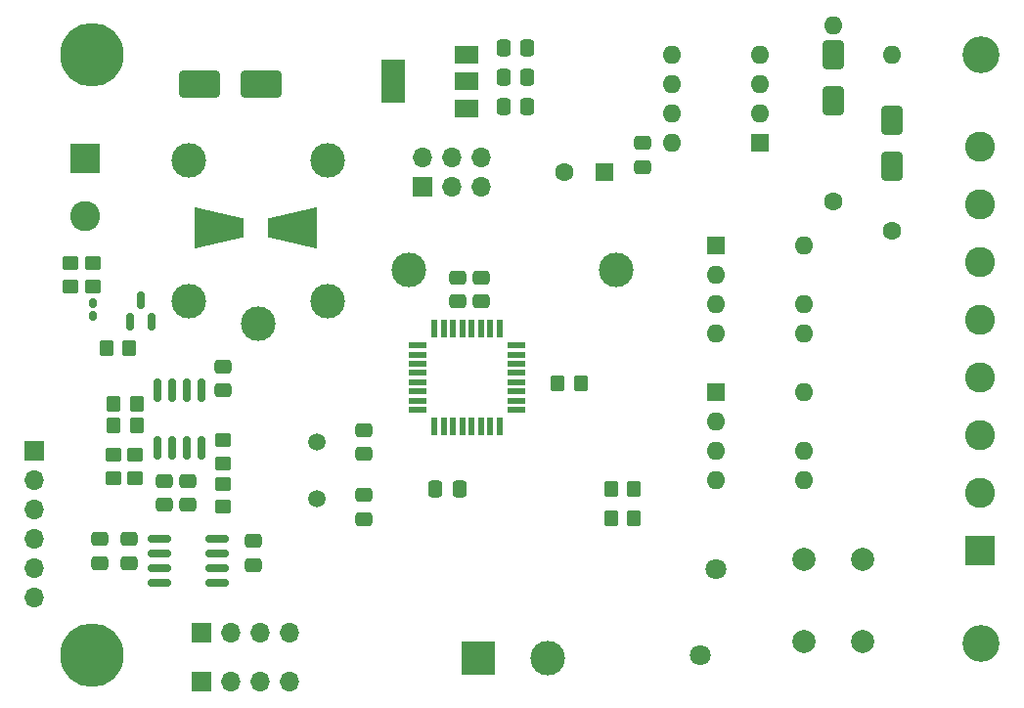
<source format=gbr>
%TF.GenerationSoftware,KiCad,Pcbnew,7.0.1+dfsg-1*%
%TF.CreationDate,2024-08-17T23:40:16+03:00*%
%TF.ProjectId,OpenEVSE_mod,4f70656e-4556-4534-955f-6d6f642e6b69,rev?*%
%TF.SameCoordinates,PX9d5b340PY54e0840*%
%TF.FileFunction,Soldermask,Bot*%
%TF.FilePolarity,Negative*%
%FSLAX46Y46*%
G04 Gerber Fmt 4.6, Leading zero omitted, Abs format (unit mm)*
G04 Created by KiCad (PCBNEW 7.0.1+dfsg-1) date 2024-08-17 23:40:16*
%MOMM*%
%LPD*%
G01*
G04 APERTURE LIST*
G04 Aperture macros list*
%AMRoundRect*
0 Rectangle with rounded corners*
0 $1 Rounding radius*
0 $2 $3 $4 $5 $6 $7 $8 $9 X,Y pos of 4 corners*
0 Add a 4 corners polygon primitive as box body*
4,1,4,$2,$3,$4,$5,$6,$7,$8,$9,$2,$3,0*
0 Add four circle primitives for the rounded corners*
1,1,$1+$1,$2,$3*
1,1,$1+$1,$4,$5*
1,1,$1+$1,$6,$7*
1,1,$1+$1,$8,$9*
0 Add four rect primitives between the rounded corners*
20,1,$1+$1,$2,$3,$4,$5,0*
20,1,$1+$1,$4,$5,$6,$7,0*
20,1,$1+$1,$6,$7,$8,$9,0*
20,1,$1+$1,$8,$9,$2,$3,0*%
%AMOutline4P*
0 Free polygon, 4 corners , with rotation*
0 The origin of the aperture is its center*
0 number of corners: always 4*
0 $1 to $8 corner X, Y*
0 $9 Rotation angle, in degrees counterclockwise*
0 create outline with 4 corners*
4,1,4,$1,$2,$3,$4,$5,$6,$7,$8,$1,$2,$9*%
G04 Aperture macros list end*
%ADD10R,1.700000X1.700000*%
%ADD11O,1.700000X1.700000*%
%ADD12RoundRect,0.250000X-0.337500X-0.475000X0.337500X-0.475000X0.337500X0.475000X-0.337500X0.475000X0*%
%ADD13Outline4P,-2.150000X-1.800000X2.150000X-0.800000X2.150000X0.800000X-2.150000X1.800000X180.000000*%
%ADD14Outline4P,-2.150000X-1.800000X2.150000X-0.800000X2.150000X0.800000X-2.150000X1.800000X0.000000*%
%ADD15C,1.500000*%
%ADD16C,5.500000*%
%ADD17C,3.600000*%
%ADD18C,3.200000*%
%ADD19R,2.600000X2.600000*%
%ADD20C,2.600000*%
%ADD21RoundRect,0.150000X0.150000X-0.825000X0.150000X0.825000X-0.150000X0.825000X-0.150000X-0.825000X0*%
%ADD22RoundRect,0.150000X-0.825000X-0.150000X0.825000X-0.150000X0.825000X0.150000X-0.825000X0.150000X0*%
%ADD23O,1.600000X1.600000*%
%ADD24R,1.600000X1.600000*%
%ADD25R,2.000000X1.500000*%
%ADD26R,2.000000X3.800000*%
%ADD27R,1.600000X0.550000*%
%ADD28R,0.550000X1.600000*%
%ADD29RoundRect,0.250000X-1.500000X-0.900000X1.500000X-0.900000X1.500000X0.900000X-1.500000X0.900000X0*%
%ADD30C,1.800000*%
%ADD31RoundRect,0.250000X-0.350000X-0.450000X0.350000X-0.450000X0.350000X0.450000X-0.350000X0.450000X0*%
%ADD32RoundRect,0.250000X-0.450000X0.350000X-0.450000X-0.350000X0.450000X-0.350000X0.450000X0.350000X0*%
%ADD33RoundRect,0.250000X0.350000X0.450000X-0.350000X0.450000X-0.350000X-0.450000X0.350000X-0.450000X0*%
%ADD34RoundRect,0.250000X0.450000X-0.350000X0.450000X0.350000X-0.450000X0.350000X-0.450000X-0.350000X0*%
%ADD35C,1.600000*%
%ADD36RoundRect,0.150000X0.150000X-0.587500X0.150000X0.587500X-0.150000X0.587500X-0.150000X-0.587500X0*%
%ADD37C,3.000000*%
%ADD38R,3.000000X3.000000*%
%ADD39C,2.000000*%
%ADD40RoundRect,0.250000X0.650000X-1.000000X0.650000X1.000000X-0.650000X1.000000X-0.650000X-1.000000X0*%
%ADD41RoundRect,0.160000X-0.160000X0.222500X-0.160000X-0.222500X0.160000X-0.222500X0.160000X0.222500X0*%
%ADD42RoundRect,0.250000X0.475000X-0.337500X0.475000X0.337500X-0.475000X0.337500X-0.475000X-0.337500X0*%
%ADD43RoundRect,0.250000X-0.475000X0.337500X-0.475000X-0.337500X0.475000X-0.337500X0.475000X0.337500X0*%
G04 APERTURE END LIST*
D10*
%TO.C,J6*%
X16483000Y1751000D03*
D11*
X19023000Y1751000D03*
X21563000Y1751000D03*
X24103000Y1751000D03*
%TD*%
D12*
%TO.C,C16*%
X36760000Y18388000D03*
X38835000Y18388000D03*
%TD*%
D13*
%TO.C,D4*%
X24400000Y41000000D03*
D14*
X18000000Y41000000D03*
%TD*%
D15*
%TO.C,Y1*%
X26516000Y22452000D03*
X26516000Y17572000D03*
%TD*%
D16*
%TO.C,H4*%
X7000000Y56000000D03*
D17*
X7000000Y56000000D03*
%TD*%
D18*
%TO.C,H2*%
X84000000Y5000000D03*
%TD*%
%TO.C,H1*%
X84000000Y56000000D03*
%TD*%
D19*
%TO.C,J4*%
X6450000Y47010000D03*
D20*
X6450000Y42010000D03*
%TD*%
D21*
%TO.C,U7*%
X16483000Y26949000D03*
X15213000Y26949000D03*
X13943000Y26949000D03*
X12673000Y26949000D03*
X12673000Y21999000D03*
X13943000Y21999000D03*
X15213000Y21999000D03*
X16483000Y21999000D03*
%TD*%
D22*
%TO.C,U6*%
X17815000Y10260000D03*
X17815000Y11530000D03*
X17815000Y12800000D03*
X17815000Y14070000D03*
X12865000Y14070000D03*
X12865000Y12800000D03*
X12865000Y11530000D03*
X12865000Y10260000D03*
%TD*%
D23*
%TO.C,U5*%
X57240000Y48360000D03*
X57240000Y50900000D03*
X57240000Y53440000D03*
X57240000Y55980000D03*
X64860000Y55980000D03*
X64860000Y53440000D03*
X64860000Y50900000D03*
D24*
X64860000Y48360000D03*
%TD*%
D23*
%TO.C,U4*%
X68680000Y39460000D03*
X68680000Y34380000D03*
X68680000Y31840000D03*
X61060000Y31840000D03*
X61060000Y34380000D03*
X61060000Y36920000D03*
D24*
X61060000Y39460000D03*
%TD*%
%TO.C,U3*%
X61060000Y26760000D03*
D23*
X61060000Y24220000D03*
X61060000Y21680000D03*
X61060000Y19140000D03*
X68680000Y19140000D03*
X68680000Y21680000D03*
X68680000Y26760000D03*
%TD*%
D25*
%TO.C,U2*%
X39420000Y55980000D03*
D26*
X33120000Y53680000D03*
D25*
X39420000Y53680000D03*
X39420000Y51380000D03*
%TD*%
D27*
%TO.C,U1*%
X43720000Y25240000D03*
X43720000Y26040000D03*
X43720000Y26840000D03*
X43720000Y27640000D03*
X43720000Y28440000D03*
X43720000Y29240000D03*
X43720000Y30040000D03*
X43720000Y30840000D03*
D28*
X42270000Y32290000D03*
X41470000Y32290000D03*
X40670000Y32290000D03*
X39870000Y32290000D03*
X39070000Y32290000D03*
X38270000Y32290000D03*
X37470000Y32290000D03*
X36670000Y32290000D03*
D27*
X35220000Y30840000D03*
X35220000Y30040000D03*
X35220000Y29240000D03*
X35220000Y28440000D03*
X35220000Y27640000D03*
X35220000Y26840000D03*
X35220000Y26040000D03*
X35220000Y25240000D03*
D28*
X36670000Y23790000D03*
X37470000Y23790000D03*
X38270000Y23790000D03*
X39070000Y23790000D03*
X39870000Y23790000D03*
X40670000Y23790000D03*
X41470000Y23790000D03*
X42270000Y23790000D03*
%TD*%
D29*
%TO.C,TVS1*%
X16290000Y53440000D03*
X21690000Y53440000D03*
%TD*%
D30*
%TO.C,RV1*%
X61060000Y11470000D03*
X59660000Y3970000D03*
%TD*%
D31*
%TO.C,R14*%
X8244000Y30580000D03*
X10244000Y30580000D03*
%TD*%
D32*
%TO.C,R13*%
X8863000Y21329000D03*
X8863000Y19329000D03*
%TD*%
%TO.C,R12*%
X10768000Y19329000D03*
X10768000Y21329000D03*
%TD*%
D31*
%TO.C,R11*%
X10863000Y23869000D03*
X8863000Y23869000D03*
%TD*%
D33*
%TO.C,R10*%
X8863000Y25774000D03*
X10863000Y25774000D03*
%TD*%
D34*
%TO.C,R9*%
X18388000Y22599000D03*
X18388000Y20599000D03*
%TD*%
%TO.C,R8*%
X18388000Y18864000D03*
X18388000Y16864000D03*
%TD*%
D35*
%TO.C,R7*%
X71220000Y43280000D03*
D23*
X71220000Y58520000D03*
%TD*%
%TO.C,R6*%
X76300000Y55980000D03*
D35*
X76300000Y40740000D03*
%TD*%
D31*
%TO.C,R5*%
X51948000Y15848000D03*
X53948000Y15848000D03*
%TD*%
%TO.C,R4*%
X51948000Y18388000D03*
X53948000Y18388000D03*
%TD*%
D32*
%TO.C,R3*%
X7085000Y37927500D03*
X7085000Y35927500D03*
%TD*%
D34*
%TO.C,R2*%
X5180000Y35927500D03*
X5180000Y37927500D03*
%TD*%
D33*
%TO.C,R1*%
X49344000Y27532000D03*
X47344000Y27532000D03*
%TD*%
D36*
%TO.C,Q1*%
X11215000Y34722500D03*
X10265000Y32847500D03*
X12165000Y32847500D03*
%TD*%
D37*
%TO.C,PS1*%
X52422500Y37362500D03*
X34422500Y37362500D03*
X46422500Y3762500D03*
D38*
X40422500Y3762500D03*
%TD*%
D37*
%TO.C,K1*%
X21405000Y32690000D03*
X15405000Y46890000D03*
X27405000Y46890000D03*
X27405000Y34690000D03*
X15405000Y34690000D03*
%TD*%
D19*
%TO.C,J5*%
X83920000Y13080000D03*
D20*
X83920000Y18080000D03*
X83920000Y23080000D03*
X83920000Y28080000D03*
X83920000Y33080000D03*
X83920000Y38080000D03*
X83920000Y43080000D03*
X83920000Y48080000D03*
%TD*%
D11*
%TO.C,J3*%
X2005000Y8990000D03*
X2005000Y11530000D03*
X2005000Y14070000D03*
X2005000Y16610000D03*
X2005000Y19150000D03*
D10*
X2005000Y21690000D03*
%TD*%
D11*
%TO.C,J2*%
X24103000Y5942000D03*
X21563000Y5942000D03*
X19023000Y5942000D03*
D10*
X16483000Y5942000D03*
%TD*%
D11*
%TO.C,J1*%
X40740000Y47090000D03*
X40740000Y44550000D03*
X38200000Y47090000D03*
X38200000Y44550000D03*
X35660000Y47090000D03*
D10*
X35660000Y44550000D03*
%TD*%
D16*
%TO.C,H3*%
X7000000Y4000000D03*
D17*
X7000000Y4000000D03*
%TD*%
D39*
%TO.C,F2*%
X73760000Y12292000D03*
X68680000Y12302000D03*
%TD*%
%TO.C,F1*%
X73760000Y5180000D03*
X68680000Y5190000D03*
%TD*%
D40*
%TO.C,D3*%
X71220000Y51980000D03*
X71220000Y55980000D03*
%TD*%
%TO.C,D2*%
X76300000Y50360000D03*
X76300000Y46360000D03*
%TD*%
D41*
%TO.C,D1*%
X7085000Y34532500D03*
X7085000Y33387500D03*
%TD*%
D42*
%TO.C,C15*%
X10195000Y14070000D03*
X10195000Y11995000D03*
%TD*%
D43*
%TO.C,C14*%
X15340000Y17043000D03*
X15340000Y19118000D03*
%TD*%
D12*
%TO.C,C13*%
X44720000Y51535000D03*
X42645000Y51535000D03*
%TD*%
D43*
%TO.C,C12*%
X13308000Y19118000D03*
X13308000Y17043000D03*
%TD*%
%TO.C,C11*%
X20990000Y13900000D03*
X20990000Y11825000D03*
%TD*%
D42*
%TO.C,C10*%
X7655000Y14070000D03*
X7655000Y11995000D03*
%TD*%
D12*
%TO.C,C9*%
X42645000Y54075000D03*
X44720000Y54075000D03*
%TD*%
%TO.C,C8*%
X42645000Y56615000D03*
X44720000Y56615000D03*
%TD*%
D42*
%TO.C,C7*%
X18388000Y29024000D03*
X18388000Y26949000D03*
%TD*%
D35*
%TO.C,C6*%
X47908000Y45820000D03*
D24*
X51408000Y45820000D03*
%TD*%
D42*
%TO.C,C5*%
X30580000Y21436000D03*
X30580000Y23511000D03*
%TD*%
D43*
%TO.C,C4*%
X30580000Y17880000D03*
X30580000Y15805000D03*
%TD*%
D42*
%TO.C,C3*%
X40740000Y36719000D03*
X40740000Y34644000D03*
%TD*%
D43*
%TO.C,C2*%
X54710000Y48360000D03*
X54710000Y46285000D03*
%TD*%
D42*
%TO.C,C1*%
X38708000Y34644000D03*
X38708000Y36719000D03*
%TD*%
M02*

</source>
